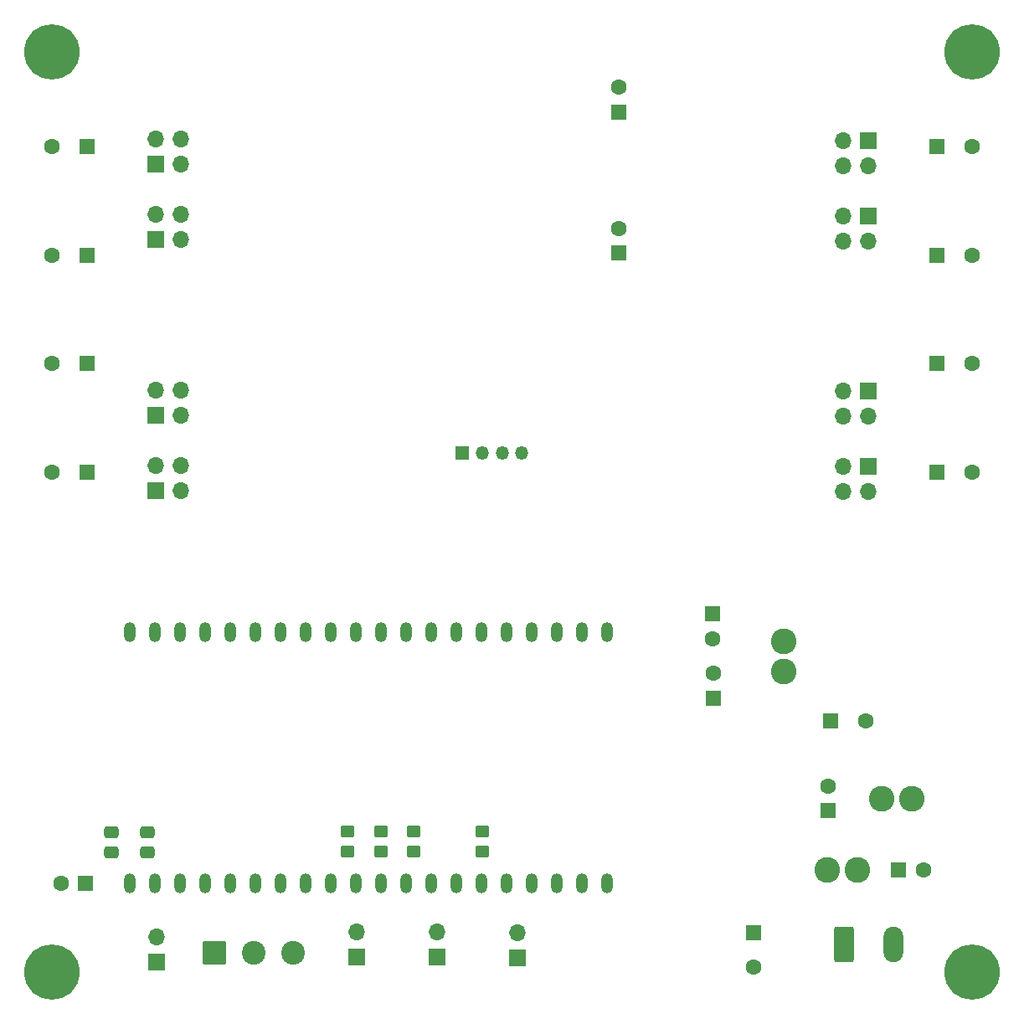
<source format=gbs>
G04 #@! TF.GenerationSoftware,KiCad,Pcbnew,7.0.3*
G04 #@! TF.CreationDate,2023-07-04T11:33:37+03:00*
G04 #@! TF.ProjectId,horse_feeder,686f7273-655f-4666-9565-6465722e6b69,rev?*
G04 #@! TF.SameCoordinates,Original*
G04 #@! TF.FileFunction,Soldermask,Bot*
G04 #@! TF.FilePolarity,Negative*
%FSLAX46Y46*%
G04 Gerber Fmt 4.6, Leading zero omitted, Abs format (unit mm)*
G04 Created by KiCad (PCBNEW 7.0.3) date 2023-07-04 11:33:37*
%MOMM*%
%LPD*%
G01*
G04 APERTURE LIST*
G04 Aperture macros list*
%AMRoundRect*
0 Rectangle with rounded corners*
0 $1 Rounding radius*
0 $2 $3 $4 $5 $6 $7 $8 $9 X,Y pos of 4 corners*
0 Add a 4 corners polygon primitive as box body*
4,1,4,$2,$3,$4,$5,$6,$7,$8,$9,$2,$3,0*
0 Add four circle primitives for the rounded corners*
1,1,$1+$1,$2,$3*
1,1,$1+$1,$4,$5*
1,1,$1+$1,$6,$7*
1,1,$1+$1,$8,$9*
0 Add four rect primitives between the rounded corners*
20,1,$1+$1,$2,$3,$4,$5,0*
20,1,$1+$1,$4,$5,$6,$7,0*
20,1,$1+$1,$6,$7,$8,$9,0*
20,1,$1+$1,$8,$9,$2,$3,0*%
G04 Aperture macros list end*
%ADD10R,1.700000X1.700000*%
%ADD11O,1.700000X1.700000*%
%ADD12R,1.600000X1.600000*%
%ADD13C,1.600000*%
%ADD14C,5.600000*%
%ADD15C,2.600000*%
%ADD16RoundRect,0.250000X-0.750000X-1.550000X0.750000X-1.550000X0.750000X1.550000X-0.750000X1.550000X0*%
%ADD17O,2.000000X3.600000*%
%ADD18O,1.200000X2.000000*%
%ADD19R,1.350000X1.350000*%
%ADD20O,1.350000X1.350000*%
%ADD21RoundRect,0.250001X-0.949999X-0.949999X0.949999X-0.949999X0.949999X0.949999X-0.949999X0.949999X0*%
%ADD22C,2.400000*%
%ADD23RoundRect,0.250000X0.450000X-0.350000X0.450000X0.350000X-0.450000X0.350000X-0.450000X-0.350000X0*%
%ADD24RoundRect,0.250000X0.475000X-0.337500X0.475000X0.337500X-0.475000X0.337500X-0.475000X-0.337500X0*%
%ADD25RoundRect,0.250000X-0.450000X0.350000X-0.450000X-0.350000X0.450000X-0.350000X0.450000X0.350000X0*%
G04 APERTURE END LIST*
D10*
X34100000Y-175500000D03*
D11*
X34100000Y-172960000D03*
D12*
X90400000Y-148805113D03*
D13*
X90400000Y-146305113D03*
D10*
X33950000Y-127794501D03*
D11*
X33950000Y-125254501D03*
X36490000Y-127794501D03*
X36490000Y-125254501D03*
D12*
X109100000Y-166200000D03*
D13*
X111600000Y-166200000D03*
D10*
X70540000Y-175075000D03*
D11*
X70540000Y-172535000D03*
D12*
X113000000Y-104000000D03*
D13*
X116500000Y-104000000D03*
D10*
X62420000Y-175000000D03*
D11*
X62420000Y-172460000D03*
D14*
X116500000Y-176500000D03*
D15*
X97500000Y-146100000D03*
X97500000Y-143100000D03*
D12*
X80800000Y-89559500D03*
D13*
X80800000Y-87059500D03*
D12*
X80800000Y-103800000D03*
D13*
X80800000Y-101300000D03*
D16*
X103600000Y-173700000D03*
D17*
X108600000Y-173700000D03*
D12*
X113000000Y-93000000D03*
D13*
X116500000Y-93000000D03*
D10*
X33950000Y-94854501D03*
D11*
X33950000Y-92314501D03*
X36490000Y-94854501D03*
X36490000Y-92314501D03*
D10*
X106050000Y-92414501D03*
D11*
X106050000Y-94954501D03*
X103510000Y-92414501D03*
X103510000Y-94954501D03*
D12*
X27000000Y-126000000D03*
D13*
X23500000Y-126000000D03*
D10*
X54300000Y-175000000D03*
D11*
X54300000Y-172460000D03*
D14*
X23500000Y-83500000D03*
D10*
X106050000Y-100034501D03*
D11*
X106050000Y-102574501D03*
X103510000Y-100034501D03*
X103510000Y-102574501D03*
D12*
X102000000Y-160205113D03*
D13*
X102000000Y-157705113D03*
D18*
X31400000Y-167500000D03*
X33940000Y-167500000D03*
X36480000Y-167500000D03*
X39020000Y-167500000D03*
X41560000Y-167500000D03*
X44100000Y-167500000D03*
X46640000Y-167500000D03*
X49180000Y-167500000D03*
X51720000Y-167500000D03*
X54260000Y-167500000D03*
X56800000Y-167500000D03*
X59340000Y-167500000D03*
X61880000Y-167500000D03*
X64420000Y-167500000D03*
X66960000Y-167500000D03*
X69500000Y-167500000D03*
X72040000Y-167500000D03*
X74580000Y-167500000D03*
X77120000Y-167500000D03*
X77120000Y-142100000D03*
X74580000Y-142100000D03*
X72040000Y-142100000D03*
X69500000Y-142100000D03*
X66960000Y-142100000D03*
X64420000Y-142100000D03*
X61880000Y-142100000D03*
X59340000Y-142100000D03*
X56800000Y-142100000D03*
X54260000Y-142100000D03*
X51720000Y-142100000D03*
X49180000Y-142100000D03*
X46640000Y-142100000D03*
X44100000Y-142100000D03*
X41560000Y-142100000D03*
X39020000Y-142100000D03*
X36480000Y-142100000D03*
X33940000Y-142100000D03*
X31400000Y-142100000D03*
X79660000Y-167500000D03*
X79660000Y-142100000D03*
D10*
X33950000Y-120174501D03*
D11*
X33950000Y-117634501D03*
X36490000Y-120174501D03*
X36490000Y-117634501D03*
D10*
X106045000Y-117735000D03*
D11*
X106045000Y-120275000D03*
X103505000Y-117735000D03*
X103505000Y-120275000D03*
D12*
X27000000Y-115000000D03*
D13*
X23500000Y-115000000D03*
D12*
X27000000Y-104000000D03*
D13*
X23500000Y-104000000D03*
D14*
X116500000Y-83500000D03*
D12*
X113000000Y-126000000D03*
D13*
X116500000Y-126000000D03*
D12*
X90300000Y-140300000D03*
D13*
X90300000Y-142800000D03*
D15*
X110400000Y-159000000D03*
X107400000Y-159000000D03*
D12*
X113000000Y-115000000D03*
D13*
X116500000Y-115000000D03*
D19*
X65000000Y-124000000D03*
D20*
X67000000Y-124000000D03*
X69000000Y-124000000D03*
X71000000Y-124000000D03*
D10*
X33950000Y-102469501D03*
D11*
X33950000Y-99929501D03*
X36490000Y-102469501D03*
X36490000Y-99929501D03*
D14*
X23500000Y-176500000D03*
D15*
X101900000Y-166200000D03*
X104900000Y-166200000D03*
D12*
X27000000Y-93000000D03*
D13*
X23500000Y-93000000D03*
D10*
X106045000Y-125355000D03*
D11*
X106045000Y-127895000D03*
X103505000Y-125355000D03*
X103505000Y-127895000D03*
D12*
X102247349Y-151100000D03*
D13*
X105747349Y-151100000D03*
D12*
X26900000Y-167500000D03*
D13*
X24400000Y-167500000D03*
D21*
X39940000Y-174600000D03*
D22*
X43900000Y-174600000D03*
X47860000Y-174600000D03*
D12*
X94400000Y-172547349D03*
D13*
X94400000Y-176047349D03*
D23*
X67000000Y-164300000D03*
X67000000Y-162300000D03*
D24*
X29500000Y-164437500D03*
X29500000Y-162362500D03*
D23*
X60100000Y-164300000D03*
X60100000Y-162300000D03*
D25*
X53400000Y-162300000D03*
X53400000Y-164300000D03*
X56750000Y-162300000D03*
X56750000Y-164300000D03*
D24*
X33100000Y-164437500D03*
X33100000Y-162362500D03*
M02*

</source>
